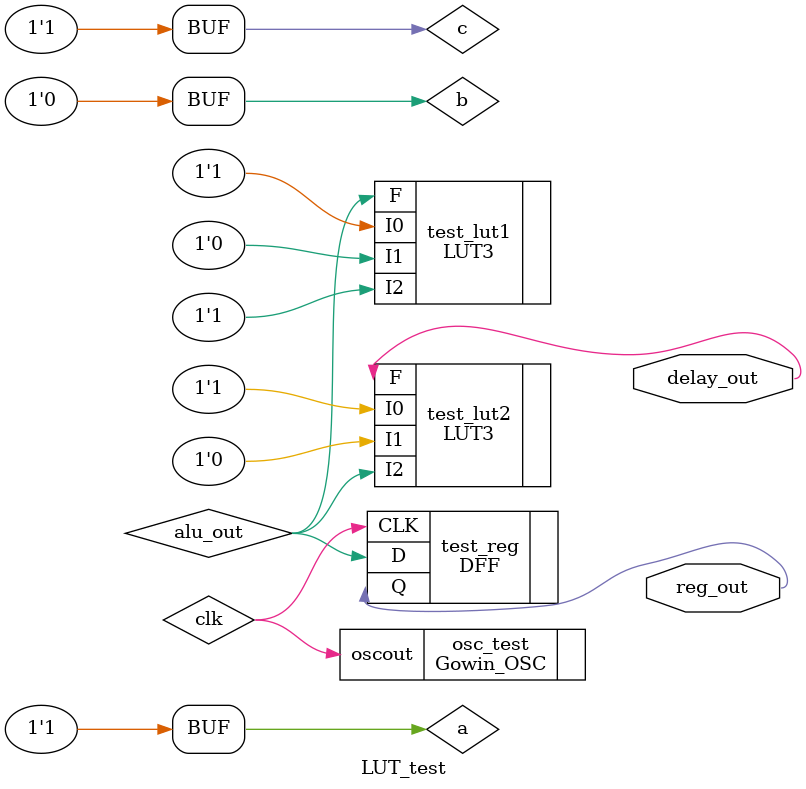
<source format=v>
module LUT_test(
    output reg_out, delay_out
);
wire a, b, c, alu_out;
wire clk;

assign a = 1;
assign b = 0;
assign c = 1;


Gowin_OSC osc_test(
    .oscout(clk) //output oscout
);

//1 bit ALU 
LUT3 test_lut1(
    .I0(a),
    .I1(b),
    .I2(c),
    .F(alu_out)
);//goes to reg

DFF test_reg(
    .D(alu_out),
    .CLK(clk),
    .Q(reg_out)
);//counts delay

//1 bit ALU
LUT3 test_lut2(
    .I0(a),
    .I1(b),
    .I2(alu_out),
    .F(delay_out)
);//propagates delay


defparam test_lut1.INIT=8'hE0;
defparam test_lut2.INIT=8'hE0;


endmodule 
</source>
